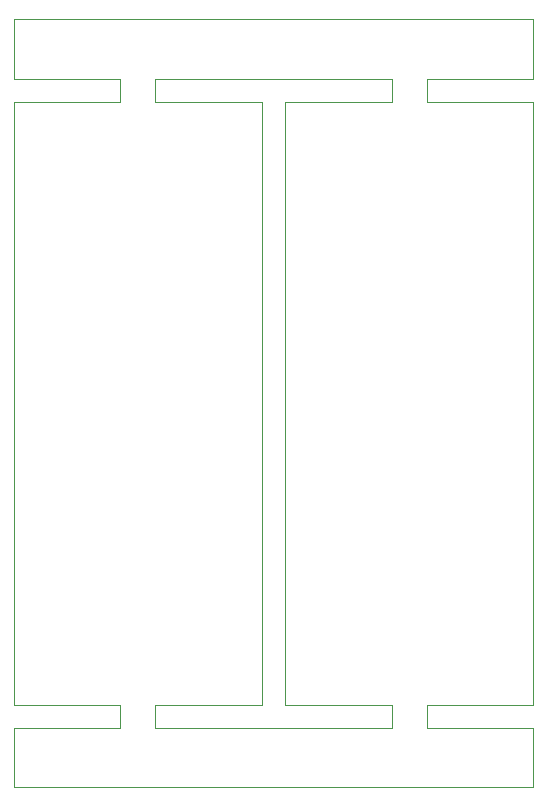
<source format=gbr>
G04 #@! TF.GenerationSoftware,KiCad,Pcbnew,7.0.7*
G04 #@! TF.CreationDate,2023-10-11T15:24:29+07:00*
G04 #@! TF.ProjectId,panel,70616e65-6c2e-46b6-9963-61645f706362,rev?*
G04 #@! TF.SameCoordinates,Original*
G04 #@! TF.FileFunction,Profile,NP*
%FSLAX46Y46*%
G04 Gerber Fmt 4.6, Leading zero omitted, Abs format (unit mm)*
G04 Created by KiCad (PCBNEW 7.0.7) date 2023-10-11 15:24:29*
%MOMM*%
%LPD*%
G01*
G04 APERTURE LIST*
G04 #@! TA.AperFunction,Profile*
%ADD10C,0.100000*%
G04 #@! TD*
G04 APERTURE END LIST*
D10*
X135500000Y-27000000D02*
X126500000Y-27000000D01*
X147500000Y-78000000D02*
X147500000Y-78000000D01*
X158500000Y-78000000D02*
X158500000Y-80000000D01*
X135500000Y-25000000D02*
X135500000Y-27000000D01*
X161500000Y-78000000D02*
X170500000Y-78000000D01*
X170500000Y-85000000D02*
X170500000Y-80000000D01*
X126500000Y-20000000D02*
X126500000Y-25000000D01*
X158500000Y-80000000D02*
X138500000Y-80000000D01*
X138500000Y-80000000D02*
X138500000Y-78000000D01*
X138500000Y-25000000D02*
X158500000Y-25000000D01*
X170500000Y-25000000D02*
X170500000Y-20000000D01*
X170500000Y-80000000D02*
X161500000Y-80000000D01*
X126500000Y-27000000D02*
X126500000Y-78000000D01*
X126500000Y-78000000D02*
X135500000Y-78000000D01*
X158500000Y-25000000D02*
X158500000Y-25000000D01*
X158500000Y-27000000D02*
X149500000Y-27000000D01*
X170500000Y-27000000D02*
X161500000Y-27000000D01*
X135500000Y-78000000D02*
X135500000Y-80000000D01*
X135500000Y-80000000D02*
X126500000Y-80000000D01*
X149500000Y-27000000D02*
X149500000Y-78000000D01*
X138500000Y-27000000D02*
X138500000Y-25000000D01*
X170500000Y-78000000D02*
X170500000Y-27000000D01*
X149500000Y-78000000D02*
X158500000Y-78000000D01*
X126500000Y-25000000D02*
X135500000Y-25000000D01*
X170500000Y-20000000D02*
X126500000Y-20000000D01*
X147500000Y-27000000D02*
X138500000Y-27000000D01*
X138500000Y-78000000D02*
X147500000Y-78000000D01*
X161500000Y-80000000D02*
X161500000Y-78000000D01*
X126500000Y-80000000D02*
X126500000Y-85000000D01*
X126500000Y-85000000D02*
X170500000Y-85000000D01*
X147500000Y-78000000D02*
X147500000Y-27000000D01*
X161500000Y-27000000D02*
X161500000Y-25000000D01*
X170500000Y-20000000D02*
X170500000Y-20000000D01*
X161500000Y-25000000D02*
X170500000Y-25000000D01*
X158500000Y-25000000D02*
X158500000Y-27000000D01*
M02*

</source>
